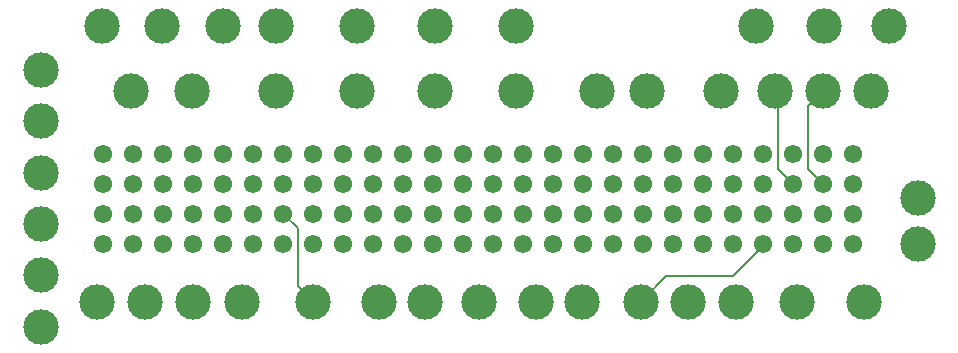
<source format=gbr>
%TF.GenerationSoftware,KiCad,Pcbnew,8.0.6*%
%TF.CreationDate,2024-11-11T13:09:46+02:00*%
%TF.ProjectId,PC104_Debug_PCB,50433130-345f-4446-9562-75675f504342,rev?*%
%TF.SameCoordinates,Original*%
%TF.FileFunction,Copper,L2,Bot*%
%TF.FilePolarity,Positive*%
%FSLAX46Y46*%
G04 Gerber Fmt 4.6, Leading zero omitted, Abs format (unit mm)*
G04 Created by KiCad (PCBNEW 8.0.6) date 2024-11-11 13:09:46*
%MOMM*%
%LPD*%
G01*
G04 APERTURE LIST*
%TA.AperFunction,ComponentPad*%
%ADD10C,3.000000*%
%TD*%
%TA.AperFunction,ComponentPad*%
%ADD11C,1.550000*%
%TD*%
%TA.AperFunction,Conductor*%
%ADD12C,0.200000*%
%TD*%
G04 APERTURE END LIST*
D10*
%TO.P,TP36,1,1*%
%TO.N,/OBC_5V_ADM*%
X168625000Y-75200000D03*
%TD*%
%TO.P,TP23,1,1*%
%TO.N,/RED_OBC_Tx*%
X114250000Y-56800000D03*
%TD*%
%TO.P,TP2,1,1*%
%TO.N,/COMMS_SWCLK*%
X104675000Y-56800000D03*
%TD*%
%TO.P,TP9,1,1*%
%TO.N,/ADCS_5V*%
X141450000Y-62300000D03*
%TD*%
%TO.P,TP15,1,1*%
%TO.N,/EPS_GPIO_F*%
X164675000Y-62300000D03*
%TD*%
%TO.P,TP29,1,1*%
%TO.N,/ADCS_CAN_H*%
X94350000Y-73550000D03*
%TD*%
%TO.P,TP45,1,1*%
%TO.N,/ADCS_RS422_RX_P*%
X99100000Y-80125000D03*
%TD*%
%TO.P,TP31,1,1*%
%TO.N,/ADCS_UART_RX*%
X126900000Y-80125000D03*
%TD*%
%TO.P,TP33,1,1*%
%TO.N,/EPS_GPIO_C*%
X153250000Y-80125000D03*
%TD*%
%TO.P,TP14,1,1*%
%TO.N,/EPS_GPIO_I*%
X166200000Y-56800000D03*
%TD*%
%TO.P,TP44,1,1*%
%TO.N,/ADCS_RS422_RX_N*%
X103191666Y-80125000D03*
%TD*%
%TO.P,TP4,1,1*%
%TO.N,/RED_OBC_Rx*%
X114250000Y-62300000D03*
%TD*%
%TO.P,TP6,1,1*%
%TO.N,/ADCS_ENABLE*%
X127775000Y-56800000D03*
%TD*%
%TO.P,TP42,1,1*%
%TO.N,/ADCS_RS422_TX_N*%
X111375000Y-80125000D03*
%TD*%
%TO.P,TP30,1,1*%
%TO.N,/ADCS_PPS*%
X117450000Y-80125000D03*
%TD*%
%TO.P,TP28,1,1*%
%TO.N,/ADCS_CAN_L*%
X94350000Y-69200000D03*
%TD*%
%TO.P,TP16,1,1*%
%TO.N,/EPS_GPIO_E*%
X160612500Y-62300000D03*
%TD*%
%TO.P,TP10,1,1*%
%TO.N,/ADCS_3V3*%
X145712500Y-62300000D03*
%TD*%
%TO.P,TP47,1,1*%
%TO.N,/CANL_A*%
X94350000Y-77900000D03*
%TD*%
%TO.P,TP26,1,1*%
%TO.N,/CANH_B*%
X94350000Y-60500000D03*
%TD*%
%TO.P,TP39,1,1*%
%TO.N,/I2C_SCL*%
X140218452Y-80125000D03*
%TD*%
%TO.P,TP3,1,1*%
%TO.N,/COMMS_3V3_REF*%
X109800000Y-56800000D03*
%TD*%
%TO.P,TP38,1,1*%
%TO.N,/EPS_GPIO_A*%
X145150000Y-80125000D03*
%TD*%
%TO.P,TP7,1,1*%
%TO.N,/ADCS_BOOT*%
X127775000Y-62300000D03*
%TD*%
%TO.P,TP21,1,1*%
%TO.N,/COMMS_Tx*%
X134600000Y-62300000D03*
%TD*%
%TO.P,TP40,1,1*%
%TO.N,/I2C_SDA*%
X136268452Y-80125000D03*
%TD*%
%TO.P,TP8,1,1*%
%TO.N,/COMMS_Rx*%
X134600000Y-56800000D03*
%TD*%
%TO.P,TP34,1,1*%
%TO.N,/3V3_OBC*%
X164050000Y-80125000D03*
%TD*%
D11*
%TO.P,J2,1,1*%
%TO.N,unconnected-(J2-Pad1)*%
X99630000Y-67575000D03*
%TO.P,J2,2,2*%
%TO.N,/CANL_B*%
X99630000Y-70115000D03*
%TO.P,J2,3,3*%
%TO.N,unconnected-(J2-Pad3)*%
X102170000Y-67575000D03*
%TO.P,J2,4,4*%
%TO.N,/CANH_B*%
X102170000Y-70115000D03*
%TO.P,J2,5,5*%
%TO.N,/COMMS_SWOTRACE*%
X104710000Y-67575000D03*
%TO.P,J2,6,6*%
%TO.N,unconnected-(J2-Pad6)*%
X104710000Y-70115000D03*
%TO.P,J2,7,7*%
%TO.N,/COMMS_SWCLK*%
X107250000Y-67575000D03*
%TO.P,J2,8,8*%
%TO.N,/COMMS_SWD*%
X107250000Y-70115000D03*
%TO.P,J2,9,9*%
%TO.N,/COMMS_3V3_REF*%
X109790000Y-67575000D03*
%TO.P,J2,10,10*%
%TO.N,/COMMS_RST*%
X109790000Y-70115000D03*
%TO.P,J2,11,11*%
%TO.N,/RED_OBC_Rx*%
X112330000Y-67575000D03*
%TO.P,J2,12,12*%
%TO.N,/RED_OBC_Tx*%
X112330000Y-70115000D03*
%TO.P,J2,13,13*%
%TO.N,/OBC_Rx*%
X114870000Y-67575000D03*
%TO.P,J2,14,14*%
%TO.N,/OBC_Tx*%
X114870000Y-70115000D03*
%TO.P,J2,15,15*%
%TO.N,unconnected-(J2-Pad15)*%
X117410000Y-67575000D03*
%TO.P,J2,16,16*%
%TO.N,unconnected-(J2-Pad16)*%
X117410000Y-70115000D03*
%TO.P,J2,17,17*%
%TO.N,/ADCS_ENABLE*%
X119950000Y-67575000D03*
%TO.P,J2,18,18*%
%TO.N,unconnected-(J2-Pad18)*%
X119950000Y-70115000D03*
%TO.P,J2,19,19*%
%TO.N,/ADCS_BOOT*%
X122490000Y-67575000D03*
%TO.P,J2,20,20*%
%TO.N,unconnected-(J2-Pad20)*%
X122490000Y-70115000D03*
%TO.P,J2,21,21*%
%TO.N,/COMMS_Rx*%
X125030000Y-67575000D03*
%TO.P,J2,22,22*%
%TO.N,/COMMS_Tx*%
X125030000Y-70115000D03*
%TO.P,J2,23,23*%
%TO.N,unconnected-(J2-Pad23)*%
X127570000Y-67575000D03*
%TO.P,J2,24,24*%
%TO.N,unconnected-(J2-Pad24)*%
X127570000Y-70115000D03*
%TO.P,J2,25,25*%
%TO.N,/ADCS_5V*%
X130110000Y-67575000D03*
%TO.P,J2,26,26*%
X130110000Y-70115000D03*
%TO.P,J2,27,27*%
%TO.N,/ADCS_3V3*%
X132650000Y-67575000D03*
%TO.P,J2,28,28*%
X132650000Y-70115000D03*
%TO.P,J2,29,29*%
%TO.N,GND*%
X135190000Y-67575000D03*
%TO.P,J2,30,30*%
X135190000Y-70115000D03*
%TO.P,J2,31,31*%
X137730000Y-67575000D03*
%TO.P,J2,32,32*%
%TO.N,unconnected-(J2-Pad32)*%
X137730000Y-70115000D03*
%TO.P,J2,33,33*%
%TO.N,unconnected-(J2-Pad33)*%
X140270000Y-67575000D03*
%TO.P,J2,34,34*%
%TO.N,unconnected-(J2-Pad34)*%
X140270000Y-70115000D03*
%TO.P,J2,35,35*%
%TO.N,unconnected-(J2-Pad35)*%
X142810000Y-67575000D03*
%TO.P,J2,36,36*%
%TO.N,unconnected-(J2-Pad36)*%
X142810000Y-70115000D03*
%TO.P,J2,37,37*%
%TO.N,unconnected-(J2-Pad37)*%
X145350000Y-67575000D03*
%TO.P,J2,38,38*%
%TO.N,unconnected-(J2-Pad38)*%
X145350000Y-70115000D03*
%TO.P,J2,39,39*%
%TO.N,GND*%
X147890000Y-67575000D03*
%TO.P,J2,40,40*%
X147890000Y-70115000D03*
%TO.P,J2,41,41*%
X150430000Y-67575000D03*
%TO.P,J2,42,42*%
X150430000Y-70115000D03*
%TO.P,J2,43,43*%
X152970000Y-67575000D03*
%TO.P,J2,44,44*%
X152970000Y-70115000D03*
%TO.P,J2,45,45*%
%TO.N,/EPS_VBAT*%
X155510000Y-67575000D03*
%TO.P,J2,46,46*%
X155510000Y-70115000D03*
%TO.P,J2,47,47*%
%TO.N,/EPS_GPIO_G*%
X158050000Y-67575000D03*
%TO.P,J2,48,48*%
%TO.N,/EPS_GPIO_D*%
X158050000Y-70115000D03*
%TO.P,J2,49,49*%
%TO.N,/EPS_GPIO_H*%
X160590000Y-67575000D03*
%TO.P,J2,50,50*%
%TO.N,/EPS_GPIO_E*%
X160590000Y-70115000D03*
%TO.P,J2,51,51*%
%TO.N,/EPS_GPIO_I*%
X163130000Y-67575000D03*
%TO.P,J2,52,52*%
%TO.N,/EPS_GPIO_F*%
X163130000Y-70115000D03*
%TD*%
D10*
%TO.P,TP18,1,1*%
%TO.N,/EPS_VBAT*%
X151975000Y-62300000D03*
%TD*%
%TO.P,TP46,1,1*%
%TO.N,/CANH_A*%
X94350000Y-82250000D03*
%TD*%
%TO.P,TP43,1,1*%
%TO.N,/ADCS_RS422_TX_P*%
X107283332Y-80125000D03*
%TD*%
%TO.P,TP22,1,1*%
%TO.N,/OBC_Tx*%
X121175000Y-62300000D03*
%TD*%
%TO.P,TP25,1,1*%
%TO.N,/COMMS_SWD*%
X102000000Y-62300000D03*
%TD*%
%TO.P,TP24,1,1*%
%TO.N,/COMMS_RST*%
X107200000Y-62300000D03*
%TD*%
%TO.P,TP37,1,1*%
%TO.N,/OBC_5V_PANELS*%
X158375000Y-80125000D03*
%TD*%
%TO.P,TP27,1,1*%
%TO.N,/CANL_B*%
X94350000Y-64850000D03*
%TD*%
%TO.P,TP41,1,1*%
%TO.N,/ADCS_UART_TX*%
X123025000Y-80125000D03*
%TD*%
%TO.P,TP17,1,1*%
%TO.N,/EPS_GPIO_D*%
X156550000Y-62300000D03*
%TD*%
%TO.P,TP1,1,1*%
%TO.N,/COMMS_SWOTRACE*%
X99550000Y-56800000D03*
%TD*%
%TO.P,TP5,1,1*%
%TO.N,/OBC_Rx*%
X121175000Y-56800000D03*
%TD*%
%TO.P,TP35,1,1*%
%TO.N,/3V3_RED_OBC*%
X168625000Y-71350000D03*
%TD*%
%TO.P,TP11,1,1*%
%TO.N,GND*%
X131475000Y-80125000D03*
%TD*%
D11*
%TO.P,J1,1,1*%
%TO.N,/ADCS_CAN_L*%
X99630000Y-72655000D03*
%TO.P,J1,2,2*%
%TO.N,/CANL_A*%
X99630000Y-75195000D03*
%TO.P,J1,3,3*%
%TO.N,/ADCS_CAN_H*%
X102170000Y-72655000D03*
%TO.P,J1,4,4*%
%TO.N,/CANH_A*%
X102170000Y-75195000D03*
%TO.P,J1,5,5*%
%TO.N,unconnected-(J1-Pad5)*%
X104710000Y-72655000D03*
%TO.P,J1,6,6*%
%TO.N,unconnected-(J1-Pad6)*%
X104710000Y-75195000D03*
%TO.P,J1,7,7*%
%TO.N,unconnected-(J1-Pad7)*%
X107250000Y-72655000D03*
%TO.P,J1,8,8*%
%TO.N,unconnected-(J1-Pad8)*%
X107250000Y-75195000D03*
%TO.P,J1,9,9*%
%TO.N,unconnected-(J1-Pad9)*%
X109790000Y-72655000D03*
%TO.P,J1,10,10*%
%TO.N,/ADCS_RS422_RX_P*%
X109790000Y-75195000D03*
%TO.P,J1,11,11*%
%TO.N,unconnected-(J1-Pad11)*%
X112330000Y-72655000D03*
%TO.P,J1,12,12*%
%TO.N,/ADCS_RS422_RX_N*%
X112330000Y-75195000D03*
%TO.P,J1,13,13*%
%TO.N,/ADCS_PPS*%
X114870000Y-72655000D03*
%TO.P,J1,14,14*%
%TO.N,/ADCS_RS422_TX_P*%
X114870000Y-75195000D03*
%TO.P,J1,15,15*%
%TO.N,unconnected-(J1-Pad15)*%
X117410000Y-72655000D03*
%TO.P,J1,16,16*%
%TO.N,/ADCS_RS422_TX_N*%
X117410000Y-75195000D03*
%TO.P,J1,17,17*%
%TO.N,unconnected-(J1-Pad17)*%
X119950000Y-72655000D03*
%TO.P,J1,18,18*%
%TO.N,unconnected-(J1-Pad18)*%
X119950000Y-75195000D03*
%TO.P,J1,19,19*%
%TO.N,/ADCS_UART_RX*%
X122490000Y-72655000D03*
%TO.P,J1,20,20*%
%TO.N,/ADCS_UART_TX*%
X122490000Y-75195000D03*
%TO.P,J1,21,21*%
%TO.N,unconnected-(J1-Pad21)*%
X125030000Y-72655000D03*
%TO.P,J1,22,22*%
%TO.N,unconnected-(J1-Pad22)*%
X125030000Y-75195000D03*
%TO.P,J1,23,23*%
%TO.N,unconnected-(J1-Pad23)*%
X127570000Y-72655000D03*
%TO.P,J1,24,24*%
%TO.N,unconnected-(J1-Pad24)*%
X127570000Y-75195000D03*
%TO.P,J1,25,25*%
%TO.N,unconnected-(J1-Pad25)*%
X130110000Y-72655000D03*
%TO.P,J1,26,26*%
%TO.N,unconnected-(J1-Pad26)*%
X130110000Y-75195000D03*
%TO.P,J1,27,27*%
%TO.N,GND*%
X132650000Y-72655000D03*
%TO.P,J1,28,28*%
X132650000Y-75195000D03*
%TO.P,J1,29,29*%
%TO.N,unconnected-(J1-Pad29)*%
X135190000Y-72655000D03*
%TO.P,J1,30,30*%
%TO.N,unconnected-(J1-Pad30)*%
X135190000Y-75195000D03*
%TO.P,J1,31,31*%
%TO.N,GND*%
X137730000Y-72655000D03*
%TO.P,J1,32,32*%
X137730000Y-75195000D03*
%TO.P,J1,33,33*%
%TO.N,unconnected-(J1-Pad33)*%
X140270000Y-72655000D03*
%TO.P,J1,34,34*%
%TO.N,unconnected-(J1-Pad34)*%
X140270000Y-75195000D03*
%TO.P,J1,35,35*%
%TO.N,unconnected-(J1-Pad35)*%
X142810000Y-72655000D03*
%TO.P,J1,36,36*%
%TO.N,unconnected-(J1-Pad36)*%
X142810000Y-75195000D03*
%TO.P,J1,37,37*%
%TO.N,unconnected-(J1-Pad37)*%
X145350000Y-72655000D03*
%TO.P,J1,38,38*%
%TO.N,unconnected-(J1-Pad38)*%
X145350000Y-75195000D03*
%TO.P,J1,39,39*%
%TO.N,GND*%
X147890000Y-72655000D03*
%TO.P,J1,40,40*%
X147890000Y-75195000D03*
%TO.P,J1,41,41*%
X150430000Y-72655000D03*
%TO.P,J1,42,42*%
%TO.N,/I2C_SDA*%
X150430000Y-75195000D03*
%TO.P,J1,43,43*%
%TO.N,/EPS_GPIO_B*%
X152970000Y-72655000D03*
%TO.P,J1,44,44*%
%TO.N,/I2C_SCL*%
X152970000Y-75195000D03*
%TO.P,J1,45,45*%
%TO.N,/EPS_GPIO_C*%
X155510000Y-72655000D03*
%TO.P,J1,46,46*%
%TO.N,/EPS_GPIO_A*%
X155510000Y-75195000D03*
%TO.P,J1,47,47*%
%TO.N,/3V3_OBC*%
X158050000Y-72655000D03*
%TO.P,J1,48,48*%
%TO.N,/OBC_5V_PANELS*%
X158050000Y-75195000D03*
%TO.P,J1,49,49*%
%TO.N,/3V3_RED_OBC*%
X160590000Y-72655000D03*
%TO.P,J1,50,50*%
%TO.N,/OBC_5V_ADM*%
X160590000Y-75195000D03*
%TO.P,J1,51,51*%
%TO.N,unconnected-(J1-Pad51)*%
X163130000Y-72655000D03*
%TO.P,J1,52,52*%
%TO.N,/OBC_5V_ADM*%
X163130000Y-75195000D03*
%TD*%
D10*
%TO.P,TP12,1,1*%
%TO.N,/EPS_GPIO_G*%
X154900000Y-56800000D03*
%TD*%
%TO.P,TP13,1,1*%
%TO.N,/EPS_GPIO_H*%
X160650000Y-56800000D03*
%TD*%
%TO.P,TP32,1,1*%
%TO.N,/EPS_GPIO_B*%
X149200000Y-80125000D03*
%TD*%
D12*
%TO.N,/ADCS_PPS*%
X116125000Y-78800000D02*
X117450000Y-80125000D01*
X114870000Y-72655000D02*
X116125000Y-73910000D01*
X116125000Y-73910000D02*
X116125000Y-78800000D01*
%TO.N,/EPS_GPIO_A*%
X147325000Y-77950000D02*
X145150000Y-80125000D01*
X152945000Y-77950000D02*
X147325000Y-77950000D01*
X155510000Y-75195000D02*
X155510000Y-75385000D01*
X155510000Y-75385000D02*
X152945000Y-77950000D01*
%TO.N,/EPS_GPIO_D*%
X156800000Y-68865000D02*
X158050000Y-70115000D01*
X156550000Y-62300000D02*
X156800000Y-62550000D01*
X156800000Y-62550000D02*
X156800000Y-68865000D01*
%TO.N,/EPS_GPIO_E*%
X160612500Y-62300000D02*
X159350000Y-63562500D01*
X159350000Y-63562500D02*
X159350000Y-68875000D01*
X159350000Y-68875000D02*
X160590000Y-70115000D01*
%TD*%
M02*

</source>
